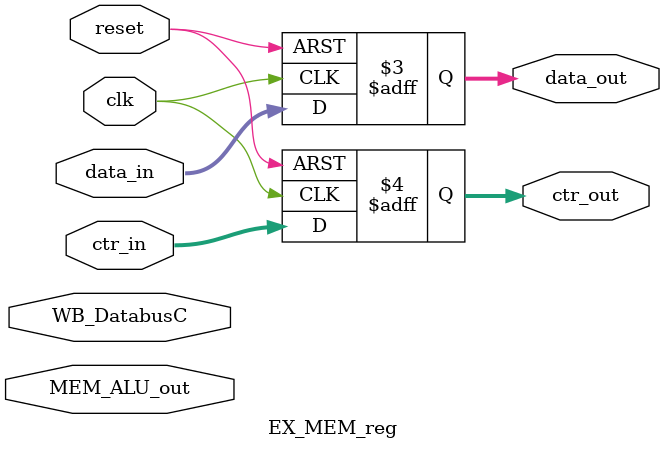
<source format=v>
module EX_MEM_reg (clk, reset, data_in, data_out, ctr_in, ctr_out, MEM_ALU_out,WB_DatabusC);
    input clk, reset;
//    input [1:0] forwardB;
    input [31:0] MEM_ALU_out;
    input [31:0] WB_DatabusC;
    input [132:0] data_in;
    input [5:0] ctr_in;
    output reg [132:0] data_out;
    output reg [5:0] ctr_out;
    always@(posedge clk or negedge reset) begin
        if (~reset) begin
            data_out <= 133'b0;
            ctr_out <= 6'b0;
        end
        else begin
            data_out <= data_in;
            ctr_out <= ctr_in;                
        end
    end
endmodule
    //assign DatabusB_DM = (ForwardB==2'b10)? MEM_ALU_out:
//    (ForwardB==2'b01)? WB_DatabusC: DatabusB;
</source>
